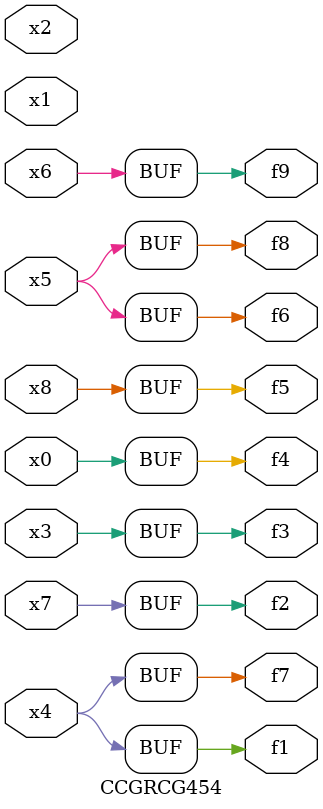
<source format=v>
module CCGRCG454(
	input x0, x1, x2, x3, x4, x5, x6, x7, x8,
	output f1, f2, f3, f4, f5, f6, f7, f8, f9
);
	assign f1 = x4;
	assign f2 = x7;
	assign f3 = x3;
	assign f4 = x0;
	assign f5 = x8;
	assign f6 = x5;
	assign f7 = x4;
	assign f8 = x5;
	assign f9 = x6;
endmodule

</source>
